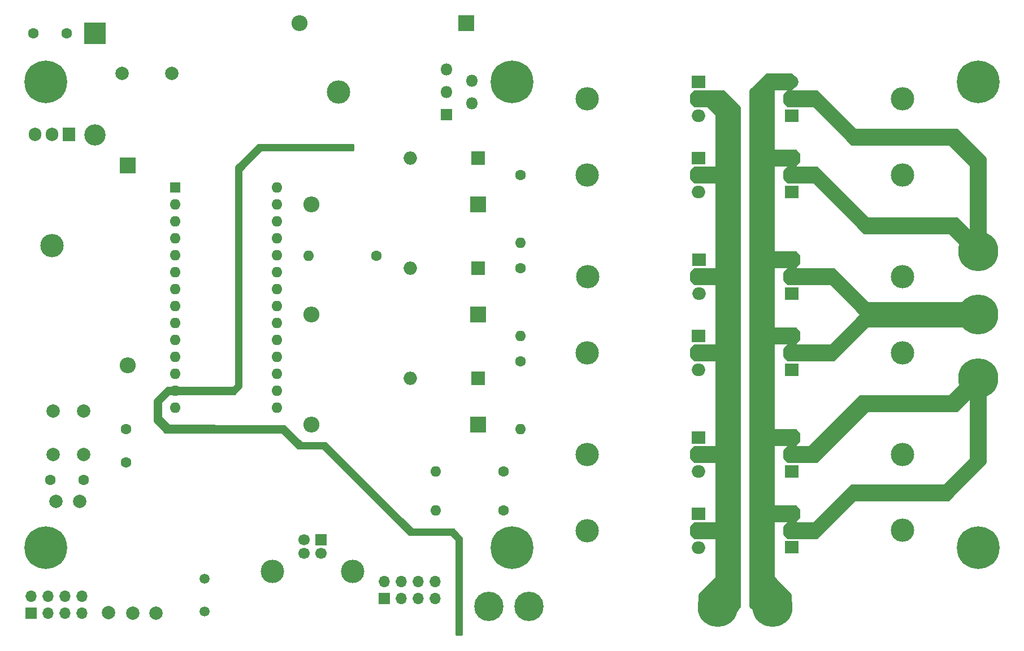
<source format=gbr>
%TF.GenerationSoftware,KiCad,Pcbnew,5.1.9+dfsg1-1+deb11u1*%
%TF.CreationDate,2023-02-15T16:28:34+00:00*%
%TF.ProjectId,bao-board,62616f2d-626f-4617-9264-2e6b69636164,rev?*%
%TF.SameCoordinates,Original*%
%TF.FileFunction,Soldermask,Bot*%
%TF.FilePolarity,Negative*%
%FSLAX46Y46*%
G04 Gerber Fmt 4.6, Leading zero omitted, Abs format (unit mm)*
G04 Created by KiCad (PCBNEW 5.1.9+dfsg1-1+deb11u1) date 2023-02-15 16:28:34*
%MOMM*%
%LPD*%
G01*
G04 APERTURE LIST*
%ADD10R,2.400000X2.400000*%
%ADD11O,2.400000X2.400000*%
%ADD12O,2.000000X1.905000*%
%ADD13R,2.000000X1.905000*%
%ADD14O,3.500000X3.500000*%
%ADD15C,1.500000*%
%ADD16C,2.000000*%
%ADD17O,1.700000X1.700000*%
%ADD18R,1.700000X1.700000*%
%ADD19C,1.600000*%
%ADD20C,0.800000*%
%ADD21C,6.400000*%
%ADD22C,3.500000*%
%ADD23C,1.700000*%
%ADD24C,6.000000*%
%ADD25O,1.600000X1.600000*%
%ADD26O,2.000000X2.000000*%
%ADD27R,2.000000X2.000000*%
%ADD28R,1.600000X1.600000*%
%ADD29R,3.200000X3.200000*%
%ADD30O,3.200000X3.200000*%
%ADD31R,1.800000X1.800000*%
%ADD32O,1.800000X1.800000*%
%ADD33C,0.700000*%
%ADD34C,4.400000*%
%ADD35R,1.905000X2.000000*%
%ADD36O,1.905000X2.000000*%
%ADD37C,0.254000*%
%ADD38C,0.100000*%
G04 APERTURE END LIST*
D10*
%TO.C,C3*%
X139065000Y-109855000D03*
D11*
X114065000Y-109855000D03*
%TD*%
D10*
%TO.C,C2*%
X139065000Y-93345000D03*
D11*
X114065000Y-93345000D03*
%TD*%
D10*
%TO.C,C1*%
X139065000Y-76835000D03*
D11*
X114065000Y-76835000D03*
%TD*%
%TO.C,C10*%
X86550000Y-100950000D03*
D10*
X86550000Y-70950000D03*
%TD*%
D12*
%TO.C,Q12*%
X186029600Y-111760000D03*
X186029600Y-114300000D03*
D13*
X186029600Y-116840000D03*
D14*
X202689600Y-114300000D03*
%TD*%
D12*
%TO.C,Q11*%
X186029600Y-123164600D03*
X186029600Y-125704600D03*
D13*
X186029600Y-128244600D03*
D14*
X202689600Y-125704600D03*
%TD*%
D12*
%TO.C,Q10*%
X172110400Y-116840000D03*
X172110400Y-114300000D03*
D13*
X172110400Y-111760000D03*
D14*
X155450400Y-114300000D03*
%TD*%
D12*
%TO.C,Q9*%
X172108000Y-128270000D03*
X172108000Y-125730000D03*
D13*
X172108000Y-123190000D03*
D14*
X155448000Y-125730000D03*
%TD*%
D12*
%TO.C,Q8*%
X186029600Y-85090000D03*
X186029600Y-87630000D03*
D13*
X186029600Y-90170000D03*
D14*
X202689600Y-87630000D03*
%TD*%
D12*
%TO.C,Q7*%
X186029600Y-96520000D03*
X186029600Y-99060000D03*
D13*
X186029600Y-101600000D03*
D14*
X202689600Y-99060000D03*
%TD*%
D12*
%TO.C,Q6*%
X172133400Y-90170000D03*
X172133400Y-87630000D03*
D13*
X172133400Y-85090000D03*
D14*
X155473400Y-87630000D03*
%TD*%
D12*
%TO.C,Q5*%
X172110400Y-101600000D03*
X172110400Y-99060000D03*
D13*
X172110400Y-96520000D03*
D14*
X155450400Y-99060000D03*
%TD*%
D12*
%TO.C,Q4*%
X186029600Y-58420000D03*
X186029600Y-60960000D03*
D13*
X186029600Y-63500000D03*
D14*
X202689600Y-60960000D03*
%TD*%
D12*
%TO.C,Q3*%
X186029600Y-69850000D03*
X186029600Y-72390000D03*
D13*
X186029600Y-74930000D03*
D14*
X202689600Y-72390000D03*
%TD*%
D12*
%TO.C,Q2*%
X172110400Y-63500000D03*
X172110400Y-60960000D03*
D13*
X172110400Y-58420000D03*
D14*
X155450400Y-60960000D03*
%TD*%
D12*
%TO.C,Q1*%
X172110400Y-74930000D03*
X172110400Y-72390000D03*
D13*
X172110400Y-69850000D03*
D14*
X155450400Y-72390000D03*
%TD*%
D15*
%TO.C,Y1*%
X98100000Y-137880000D03*
X98100000Y-133000000D03*
%TD*%
D16*
%TO.C,SW1*%
X75438000Y-107800000D03*
X79938000Y-107800000D03*
X75438000Y-114300000D03*
X79938000Y-114300000D03*
%TD*%
%TO.C,H10*%
X79400000Y-121400000D03*
%TD*%
%TO.C,H9*%
X75800000Y-121400000D03*
%TD*%
D17*
%TO.C,J3*%
X132670000Y-133360000D03*
X132670000Y-135900000D03*
X130130000Y-133360000D03*
X130130000Y-135900000D03*
X127590000Y-133360000D03*
X127590000Y-135900000D03*
X125050000Y-133360000D03*
D18*
X125050000Y-135900000D03*
%TD*%
D17*
%TO.C,J2*%
X79720000Y-135600000D03*
X79720000Y-138140000D03*
X77180000Y-135600000D03*
X77180000Y-138140000D03*
X74640000Y-135600000D03*
X74640000Y-138140000D03*
X72100000Y-135600000D03*
D18*
X72100000Y-138140000D03*
%TD*%
D19*
%TO.C,C6*%
X86360000Y-115490000D03*
X86360000Y-110490000D03*
%TD*%
D20*
%TO.C,REF\u002A\u002A*%
X75992056Y-56722944D03*
X74295000Y-56020000D03*
X72597944Y-56722944D03*
X71895000Y-58420000D03*
X72597944Y-60117056D03*
X74295000Y-60820000D03*
X75992056Y-60117056D03*
X76695000Y-58420000D03*
D21*
X74295000Y-58420000D03*
%TD*%
D20*
%TO.C,REF\u002A\u002A*%
X75992056Y-126572944D03*
X74295000Y-125870000D03*
X72597944Y-126572944D03*
X71895000Y-128270000D03*
X72597944Y-129967056D03*
X74295000Y-130670000D03*
X75992056Y-129967056D03*
X76695000Y-128270000D03*
D21*
X74295000Y-128270000D03*
%TD*%
D22*
%TO.C,J1*%
X108225000Y-131829000D03*
X120265000Y-131829000D03*
D23*
X115495000Y-129119000D03*
X112995000Y-129119000D03*
X112995000Y-127119000D03*
D18*
X115495000Y-127119000D03*
%TD*%
D16*
%TO.C,H8*%
X90800000Y-138100000D03*
%TD*%
%TO.C,H7*%
X87300000Y-138100000D03*
%TD*%
%TO.C,H6*%
X83685000Y-138049000D03*
%TD*%
D19*
%TO.C,C5*%
X72400000Y-51200000D03*
X77400000Y-51200000D03*
%TD*%
%TO.C,C4*%
X75010000Y-118110000D03*
X80010000Y-118110000D03*
%TD*%
D20*
%TO.C,REF\u002A\u002A*%
X215692056Y-56722944D03*
X213995000Y-56020000D03*
X212297944Y-56722944D03*
X211595000Y-58420000D03*
X212297944Y-60117056D03*
X213995000Y-60820000D03*
X215692056Y-60117056D03*
X216395000Y-58420000D03*
D21*
X213995000Y-58420000D03*
%TD*%
D20*
%TO.C,REF\u002A\u002A*%
X215692056Y-126572944D03*
X213995000Y-125870000D03*
X212297944Y-126572944D03*
X211595000Y-128270000D03*
X212297944Y-129967056D03*
X213995000Y-130670000D03*
X215692056Y-129967056D03*
X216395000Y-128270000D03*
D21*
X213995000Y-128270000D03*
%TD*%
D20*
%TO.C,H3*%
X215585990Y-101279010D03*
X213995000Y-100620000D03*
X212404010Y-101279010D03*
X211745000Y-102870000D03*
X212404010Y-104460990D03*
X213995000Y-105120000D03*
X215585990Y-104460990D03*
X216245000Y-102870000D03*
D24*
X213995000Y-102870000D03*
%TD*%
D20*
%TO.C,H2*%
X215585990Y-91754010D03*
X213995000Y-91095000D03*
X212404010Y-91754010D03*
X211745000Y-93345000D03*
X212404010Y-94935990D03*
X213995000Y-95595000D03*
X215585990Y-94935990D03*
X216245000Y-93345000D03*
D24*
X213995000Y-93345000D03*
%TD*%
D20*
%TO.C,H1*%
X215585990Y-82229010D03*
X213995000Y-81570000D03*
X212404010Y-82229010D03*
X211745000Y-83820000D03*
X212404010Y-85410990D03*
X213995000Y-86070000D03*
X215585990Y-85410990D03*
X216245000Y-83820000D03*
D24*
X213995000Y-83820000D03*
%TD*%
D21*
%TO.C,REF\u002A\u002A*%
X144145000Y-128270000D03*
D20*
X146545000Y-128270000D03*
X145842056Y-129967056D03*
X144145000Y-130670000D03*
X142447944Y-129967056D03*
X141745000Y-128270000D03*
X142447944Y-126572944D03*
X144145000Y-125870000D03*
X145842056Y-126572944D03*
%TD*%
D21*
%TO.C,REF\u002A\u002A*%
X144145000Y-58420000D03*
D20*
X146545000Y-58420000D03*
X145842056Y-60117056D03*
X144145000Y-60820000D03*
X142447944Y-60117056D03*
X141745000Y-58420000D03*
X142447944Y-56722944D03*
X144145000Y-56020000D03*
X145842056Y-56722944D03*
%TD*%
%TO.C,H5*%
X184791980Y-135569010D03*
X183200990Y-134910000D03*
X181610000Y-135569010D03*
X180950990Y-137160000D03*
X181610000Y-138750990D03*
X183200990Y-139410000D03*
X184791980Y-138750990D03*
X185450990Y-137160000D03*
D24*
X183200990Y-137160000D03*
%TD*%
D20*
%TO.C,H4*%
X176530000Y-135569010D03*
X174939010Y-134910000D03*
X173348020Y-135569010D03*
X172689010Y-137160000D03*
X173348020Y-138750990D03*
X174939010Y-139410000D03*
X176530000Y-138750990D03*
X177189010Y-137160000D03*
D24*
X174939010Y-137160000D03*
%TD*%
D25*
%TO.C,R6*%
X132715000Y-116840000D03*
D19*
X142875000Y-116840000D03*
%TD*%
D25*
%TO.C,R5*%
X145415000Y-96520000D03*
D19*
X145415000Y-86360000D03*
%TD*%
D25*
%TO.C,R4*%
X113640000Y-84500000D03*
D19*
X123800000Y-84500000D03*
%TD*%
D25*
%TO.C,R3*%
X132715000Y-122682000D03*
D19*
X142875000Y-122682000D03*
%TD*%
D25*
%TO.C,R2*%
X145415000Y-110490000D03*
D19*
X145415000Y-100330000D03*
%TD*%
D25*
%TO.C,R1*%
X145415000Y-82550000D03*
D19*
X145415000Y-72390000D03*
%TD*%
D26*
%TO.C,D3*%
X128905000Y-102870000D03*
D27*
X139065000Y-102870000D03*
%TD*%
D26*
%TO.C,D2*%
X128905000Y-86360000D03*
D27*
X139065000Y-86360000D03*
%TD*%
D26*
%TO.C,D1*%
X128905000Y-69850000D03*
D27*
X139065000Y-69850000D03*
%TD*%
D28*
%TO.C,U1*%
X93726000Y-74295000D03*
D25*
X108966000Y-107315000D03*
X93726000Y-76835000D03*
X108966000Y-104775000D03*
X93726000Y-79375000D03*
X108966000Y-102235000D03*
X93726000Y-81915000D03*
X108966000Y-99695000D03*
X93726000Y-84455000D03*
X108966000Y-97155000D03*
X93726000Y-86995000D03*
X108966000Y-94615000D03*
X93726000Y-89535000D03*
X108966000Y-92075000D03*
X93726000Y-92075000D03*
X108966000Y-89535000D03*
X93726000Y-94615000D03*
X108966000Y-86995000D03*
X93726000Y-97155000D03*
X108966000Y-84455000D03*
X93726000Y-99695000D03*
X108966000Y-81915000D03*
X93726000Y-102235000D03*
X108966000Y-79375000D03*
X93726000Y-104775000D03*
X108966000Y-76835000D03*
X93726000Y-107315000D03*
X108966000Y-74295000D03*
%TD*%
D10*
%TO.C,C9*%
X137277000Y-49657000D03*
D11*
X112277000Y-49657000D03*
%TD*%
D29*
%TO.C,D4*%
X81661000Y-51181000D03*
D30*
X81661000Y-66421000D03*
%TD*%
D16*
%TO.C,L1*%
X85700000Y-57200000D03*
X93200000Y-57200000D03*
%TD*%
D14*
%TO.C,U4*%
X118186000Y-59973000D03*
D31*
X134366000Y-63373000D03*
D32*
X138166000Y-61673000D03*
X134366000Y-59973000D03*
X138166000Y-58273000D03*
X134366000Y-56573000D03*
%TD*%
D33*
%TO.C,H11*%
X141882726Y-135955274D03*
X140716000Y-135472000D03*
X139549274Y-135955274D03*
X139066000Y-137122000D03*
X139549274Y-138288726D03*
X140716000Y-138772000D03*
X141882726Y-138288726D03*
X142366000Y-137122000D03*
D34*
X140716000Y-137122000D03*
%TD*%
D33*
%TO.C,H13*%
X147866726Y-135955274D03*
X146700000Y-135472000D03*
X145533274Y-135955274D03*
X145050000Y-137122000D03*
X145533274Y-138288726D03*
X146700000Y-138772000D03*
X147866726Y-138288726D03*
X148350000Y-137122000D03*
D34*
X146700000Y-137122000D03*
%TD*%
D14*
%TO.C,U6*%
X75190000Y-83010000D03*
D35*
X77730000Y-66350000D03*
D36*
X75190000Y-66350000D03*
X72650000Y-66350000D03*
%TD*%
D37*
X178308000Y-73533000D02*
X171502606Y-73533000D01*
X170942000Y-72972394D01*
X170942000Y-71807606D01*
X171502606Y-71247000D01*
X178308000Y-71247000D01*
X178308000Y-73533000D01*
D38*
G36*
X178308000Y-73533000D02*
G01*
X171502606Y-73533000D01*
X170942000Y-72972394D01*
X170942000Y-71807606D01*
X171502606Y-71247000D01*
X178308000Y-71247000D01*
X178308000Y-73533000D01*
G37*
D37*
X178308000Y-88773000D02*
X171502606Y-88773000D01*
X170942000Y-88212394D01*
X170942000Y-87047606D01*
X171502606Y-86487000D01*
X178308000Y-86487000D01*
X178308000Y-88773000D01*
D38*
G36*
X178308000Y-88773000D02*
G01*
X171502606Y-88773000D01*
X170942000Y-88212394D01*
X170942000Y-87047606D01*
X171502606Y-86487000D01*
X178308000Y-86487000D01*
X178308000Y-88773000D01*
G37*
D37*
X178308000Y-100203000D02*
X171502606Y-100203000D01*
X170942000Y-99642394D01*
X170942000Y-98477606D01*
X171502606Y-97917000D01*
X178308000Y-97917000D01*
X178308000Y-100203000D01*
D38*
G36*
X178308000Y-100203000D02*
G01*
X171502606Y-100203000D01*
X170942000Y-99642394D01*
X170942000Y-98477606D01*
X171502606Y-97917000D01*
X178308000Y-97917000D01*
X178308000Y-100203000D01*
G37*
D37*
X178308000Y-115443000D02*
X171502606Y-115443000D01*
X170942000Y-114882394D01*
X170942000Y-113717606D01*
X171502606Y-113157000D01*
X178308000Y-113157000D01*
X178308000Y-115443000D01*
D38*
G36*
X178308000Y-115443000D02*
G01*
X171502606Y-115443000D01*
X170942000Y-114882394D01*
X170942000Y-113717606D01*
X171502606Y-113157000D01*
X178308000Y-113157000D01*
X178308000Y-115443000D01*
G37*
D37*
X178308000Y-126873000D02*
X171502606Y-126873000D01*
X170942000Y-126312394D01*
X170942000Y-125147606D01*
X171502606Y-124587000D01*
X178308000Y-124587000D01*
X178308000Y-126873000D01*
D38*
G36*
X178308000Y-126873000D02*
G01*
X171502606Y-126873000D01*
X170942000Y-126312394D01*
X170942000Y-125147606D01*
X171502606Y-124587000D01*
X178308000Y-124587000D01*
X178308000Y-126873000D01*
G37*
D37*
X187198000Y-122607606D02*
X187198000Y-123772394D01*
X186637394Y-124333000D01*
X179832000Y-124333000D01*
X179832000Y-122047000D01*
X186637394Y-122047000D01*
X187198000Y-122607606D01*
D38*
G36*
X187198000Y-122607606D02*
G01*
X187198000Y-123772394D01*
X186637394Y-124333000D01*
X179832000Y-124333000D01*
X179832000Y-122047000D01*
X186637394Y-122047000D01*
X187198000Y-122607606D01*
G37*
D37*
X187198000Y-69267606D02*
X187198000Y-70432394D01*
X186637394Y-70993000D01*
X179832000Y-70993000D01*
X179832000Y-68707000D01*
X186637394Y-68707000D01*
X187198000Y-69267606D01*
D38*
G36*
X187198000Y-69267606D02*
G01*
X187198000Y-70432394D01*
X186637394Y-70993000D01*
X179832000Y-70993000D01*
X179832000Y-68707000D01*
X186637394Y-68707000D01*
X187198000Y-69267606D01*
G37*
D37*
X187198000Y-95937606D02*
X187198000Y-97102394D01*
X186637394Y-97663000D01*
X179832000Y-97663000D01*
X179832000Y-95377000D01*
X186637394Y-95377000D01*
X187198000Y-95937606D01*
D38*
G36*
X187198000Y-95937606D02*
G01*
X187198000Y-97102394D01*
X186637394Y-97663000D01*
X179832000Y-97663000D01*
X179832000Y-95377000D01*
X186637394Y-95377000D01*
X187198000Y-95937606D01*
G37*
D37*
X187198000Y-111177606D02*
X187198000Y-112342394D01*
X186637394Y-112903000D01*
X179832000Y-112903000D01*
X179832000Y-110617000D01*
X186637394Y-110617000D01*
X187198000Y-111177606D01*
D38*
G36*
X187198000Y-111177606D02*
G01*
X187198000Y-112342394D01*
X186637394Y-112903000D01*
X179832000Y-112903000D01*
X179832000Y-110617000D01*
X186637394Y-110617000D01*
X187198000Y-111177606D01*
G37*
D37*
X187198000Y-84507606D02*
X187198000Y-85672394D01*
X186637394Y-86233000D01*
X179832000Y-86233000D01*
X179832000Y-83947000D01*
X186637394Y-83947000D01*
X187198000Y-84507606D01*
D38*
G36*
X187198000Y-84507606D02*
G01*
X187198000Y-85672394D01*
X186637394Y-86233000D01*
X179832000Y-86233000D01*
X179832000Y-83947000D01*
X186637394Y-83947000D01*
X187198000Y-84507606D01*
G37*
D37*
X178308000Y-62282606D02*
X178308000Y-65278000D01*
X174752000Y-65278000D01*
X174752000Y-63500000D01*
X174749560Y-63475224D01*
X174742333Y-63451399D01*
X174730597Y-63429443D01*
X174714803Y-63410197D01*
X173444803Y-62140197D01*
X173425557Y-62124403D01*
X173403601Y-62112667D01*
X173379776Y-62105440D01*
X173355000Y-62103000D01*
X171502606Y-62103000D01*
X170942000Y-61542394D01*
X170942000Y-60377606D01*
X171502606Y-59817000D01*
X175842394Y-59817000D01*
X178308000Y-62282606D01*
D38*
G36*
X178308000Y-62282606D02*
G01*
X178308000Y-65278000D01*
X174752000Y-65278000D01*
X174752000Y-63500000D01*
X174749560Y-63475224D01*
X174742333Y-63451399D01*
X174730597Y-63429443D01*
X174714803Y-63410197D01*
X173444803Y-62140197D01*
X173425557Y-62124403D01*
X173403601Y-62112667D01*
X173379776Y-62105440D01*
X173355000Y-62103000D01*
X171502606Y-62103000D01*
X170942000Y-61542394D01*
X170942000Y-60377606D01*
X171502606Y-59817000D01*
X175842394Y-59817000D01*
X178308000Y-62282606D01*
G37*
D37*
X186563000Y-57837606D02*
X186563000Y-59002394D01*
X186002394Y-59563000D01*
X183515000Y-59563000D01*
X183490224Y-59565440D01*
X183466399Y-59572667D01*
X183444443Y-59584403D01*
X183425197Y-59600197D01*
X183409403Y-59619443D01*
X183397667Y-59641399D01*
X183390440Y-59665224D01*
X183388000Y-59690000D01*
X183388000Y-64643000D01*
X179832000Y-64643000D01*
X179832000Y-59742606D01*
X182297606Y-57277000D01*
X186002394Y-57277000D01*
X186563000Y-57837606D01*
D38*
G36*
X186563000Y-57837606D02*
G01*
X186563000Y-59002394D01*
X186002394Y-59563000D01*
X183515000Y-59563000D01*
X183490224Y-59565440D01*
X183466399Y-59572667D01*
X183444443Y-59584403D01*
X183425197Y-59600197D01*
X183409403Y-59619443D01*
X183397667Y-59641399D01*
X183390440Y-59665224D01*
X183388000Y-59690000D01*
X183388000Y-64643000D01*
X179832000Y-64643000D01*
X179832000Y-59742606D01*
X182297606Y-57277000D01*
X186002394Y-57277000D01*
X186563000Y-57837606D01*
G37*
D37*
X178308000Y-137117667D02*
X176495668Y-139534109D01*
X172212000Y-137086299D01*
X172212000Y-135307606D01*
X174714803Y-132804803D01*
X174730597Y-132785557D01*
X174742333Y-132763601D01*
X174749560Y-132739776D01*
X174752000Y-132715000D01*
X174752000Y-64897000D01*
X178308000Y-64897000D01*
X178308000Y-137117667D01*
D38*
G36*
X178308000Y-137117667D02*
G01*
X176495668Y-139534109D01*
X172212000Y-137086299D01*
X172212000Y-135307606D01*
X174714803Y-132804803D01*
X174730597Y-132785557D01*
X174742333Y-132763601D01*
X174749560Y-132739776D01*
X174752000Y-132715000D01*
X174752000Y-64897000D01*
X178308000Y-64897000D01*
X178308000Y-137117667D01*
G37*
D37*
X183388000Y-132715000D02*
X183390440Y-132739776D01*
X183397667Y-132763601D01*
X183409403Y-132785557D01*
X183425197Y-132804803D01*
X185928000Y-135307606D01*
X185928000Y-137699203D01*
X181646963Y-138922357D01*
X179832000Y-137107394D01*
X179832000Y-64262000D01*
X183388000Y-64262000D01*
X183388000Y-132715000D01*
D38*
G36*
X183388000Y-132715000D02*
G01*
X183390440Y-132739776D01*
X183397667Y-132763601D01*
X183409403Y-132785557D01*
X183425197Y-132804803D01*
X185928000Y-135307606D01*
X185928000Y-137699203D01*
X181646963Y-138922357D01*
X179832000Y-137107394D01*
X179832000Y-64262000D01*
X183388000Y-64262000D01*
X183388000Y-132715000D01*
G37*
D37*
X112528007Y-112485359D02*
X112547350Y-112501033D01*
X112569379Y-112512632D01*
X112593248Y-112519711D01*
X112617250Y-112522000D01*
X116184417Y-112522000D01*
X129196527Y-125439131D01*
X129215830Y-125454854D01*
X129237829Y-125466510D01*
X129261680Y-125473650D01*
X129286000Y-125476000D01*
X131953000Y-125476000D01*
X131953000Y-126365000D01*
X128703606Y-126365000D01*
X115786803Y-113448197D01*
X115767557Y-113432403D01*
X115745601Y-113420667D01*
X115721776Y-113413440D01*
X115697000Y-113411000D01*
X112066606Y-113411000D01*
X109690803Y-111035197D01*
X109671557Y-111019403D01*
X109649601Y-111007667D01*
X109625776Y-111000440D01*
X109601000Y-110998000D01*
X106680000Y-110998000D01*
X106680000Y-109982000D01*
X109993356Y-109982000D01*
X112528007Y-112485359D01*
D38*
G36*
X112528007Y-112485359D02*
G01*
X112547350Y-112501033D01*
X112569379Y-112512632D01*
X112593248Y-112519711D01*
X112617250Y-112522000D01*
X116184417Y-112522000D01*
X129196527Y-125439131D01*
X129215830Y-125454854D01*
X129237829Y-125466510D01*
X129261680Y-125473650D01*
X129286000Y-125476000D01*
X131953000Y-125476000D01*
X131953000Y-126365000D01*
X128703606Y-126365000D01*
X115786803Y-113448197D01*
X115767557Y-113432403D01*
X115745601Y-113420667D01*
X115721776Y-113413440D01*
X115697000Y-113411000D01*
X112066606Y-113411000D01*
X109690803Y-111035197D01*
X109671557Y-111019403D01*
X109649601Y-111007667D01*
X109625776Y-111000440D01*
X109601000Y-110998000D01*
X106680000Y-110998000D01*
X106680000Y-109982000D01*
X109993356Y-109982000D01*
X112528007Y-112485359D01*
G37*
D37*
X136652000Y-126856995D02*
X136652000Y-141351000D01*
X135763000Y-141351000D01*
X135763000Y-127254000D01*
X135760560Y-127229224D01*
X135753333Y-127205399D01*
X135741597Y-127183443D01*
X135725803Y-127164197D01*
X134963803Y-126402197D01*
X134944557Y-126386403D01*
X134922601Y-126374667D01*
X134898776Y-126367440D01*
X134874000Y-126365000D01*
X131939670Y-126365000D01*
X131840892Y-125476000D01*
X135451135Y-125476000D01*
X136652000Y-126856995D01*
D38*
G36*
X136652000Y-126856995D02*
G01*
X136652000Y-141351000D01*
X135763000Y-141351000D01*
X135763000Y-127254000D01*
X135760560Y-127229224D01*
X135753333Y-127205399D01*
X135741597Y-127183443D01*
X135725803Y-127164197D01*
X134963803Y-126402197D01*
X134944557Y-126386403D01*
X134922601Y-126374667D01*
X134898776Y-126367440D01*
X134874000Y-126365000D01*
X131939670Y-126365000D01*
X131840892Y-125476000D01*
X135451135Y-125476000D01*
X136652000Y-126856995D01*
G37*
D37*
X195490197Y-65494803D02*
X195509443Y-65510597D01*
X195531399Y-65522333D01*
X195555224Y-65529560D01*
X195580000Y-65532000D01*
X210767394Y-65532000D01*
X215138000Y-69902606D01*
X215138000Y-81235452D01*
X212714470Y-84264864D01*
X209639803Y-81190197D01*
X209620557Y-81174403D01*
X209598601Y-81162667D01*
X209574776Y-81155440D01*
X209550000Y-81153000D01*
X196902606Y-81153000D01*
X189319803Y-73570197D01*
X189300557Y-73554403D01*
X189278601Y-73542667D01*
X189254776Y-73535440D01*
X189230000Y-73533000D01*
X185472606Y-73533000D01*
X184912000Y-72972394D01*
X184912000Y-71807606D01*
X185472606Y-71247000D01*
X189812394Y-71247000D01*
X197395197Y-78829803D01*
X197414443Y-78845597D01*
X197436399Y-78857333D01*
X197460224Y-78864560D01*
X197485000Y-78867000D01*
X210767394Y-78867000D01*
X212635197Y-80734803D01*
X212654443Y-80750597D01*
X212676399Y-80762333D01*
X212700224Y-80769560D01*
X212725000Y-80772000D01*
X212749776Y-80769560D01*
X212773601Y-80762333D01*
X212795557Y-80750597D01*
X212814803Y-80734803D01*
X212830597Y-80715557D01*
X212842333Y-80693601D01*
X212849560Y-80669776D01*
X212852000Y-80645000D01*
X212852000Y-71120000D01*
X212849560Y-71095224D01*
X212842333Y-71071399D01*
X212830597Y-71049443D01*
X212814803Y-71030197D01*
X209639803Y-67855197D01*
X209620557Y-67839403D01*
X209598601Y-67827667D01*
X209574776Y-67820440D01*
X209550000Y-67818000D01*
X194997606Y-67818000D01*
X189319803Y-62140197D01*
X189300557Y-62124403D01*
X189278601Y-62112667D01*
X189254776Y-62105440D01*
X189230000Y-62103000D01*
X185472606Y-62103000D01*
X184912000Y-61542394D01*
X184912000Y-60377606D01*
X185472606Y-59817000D01*
X189812394Y-59817000D01*
X195490197Y-65494803D01*
D38*
G36*
X195490197Y-65494803D02*
G01*
X195509443Y-65510597D01*
X195531399Y-65522333D01*
X195555224Y-65529560D01*
X195580000Y-65532000D01*
X210767394Y-65532000D01*
X215138000Y-69902606D01*
X215138000Y-81235452D01*
X212714470Y-84264864D01*
X209639803Y-81190197D01*
X209620557Y-81174403D01*
X209598601Y-81162667D01*
X209574776Y-81155440D01*
X209550000Y-81153000D01*
X196902606Y-81153000D01*
X189319803Y-73570197D01*
X189300557Y-73554403D01*
X189278601Y-73542667D01*
X189254776Y-73535440D01*
X189230000Y-73533000D01*
X185472606Y-73533000D01*
X184912000Y-72972394D01*
X184912000Y-71807606D01*
X185472606Y-71247000D01*
X189812394Y-71247000D01*
X197395197Y-78829803D01*
X197414443Y-78845597D01*
X197436399Y-78857333D01*
X197460224Y-78864560D01*
X197485000Y-78867000D01*
X210767394Y-78867000D01*
X212635197Y-80734803D01*
X212654443Y-80750597D01*
X212676399Y-80762333D01*
X212700224Y-80769560D01*
X212725000Y-80772000D01*
X212749776Y-80769560D01*
X212773601Y-80762333D01*
X212795557Y-80750597D01*
X212814803Y-80734803D01*
X212830597Y-80715557D01*
X212842333Y-80693601D01*
X212849560Y-80669776D01*
X212852000Y-80645000D01*
X212852000Y-71120000D01*
X212849560Y-71095224D01*
X212842333Y-71071399D01*
X212830597Y-71049443D01*
X212814803Y-71030197D01*
X209639803Y-67855197D01*
X209620557Y-67839403D01*
X209598601Y-67827667D01*
X209574776Y-67820440D01*
X209550000Y-67818000D01*
X194997606Y-67818000D01*
X189319803Y-62140197D01*
X189300557Y-62124403D01*
X189278601Y-62112667D01*
X189254776Y-62105440D01*
X189230000Y-62103000D01*
X185472606Y-62103000D01*
X184912000Y-61542394D01*
X184912000Y-60377606D01*
X185472606Y-59817000D01*
X189812394Y-59817000D01*
X195490197Y-65494803D01*
G37*
D37*
X197395197Y-91529803D02*
X197414443Y-91545597D01*
X197436399Y-91557333D01*
X197460224Y-91564560D01*
X197485000Y-91567000D01*
X213233000Y-91567000D01*
X213233000Y-95123000D01*
X197485000Y-95123000D01*
X197460224Y-95125440D01*
X197436399Y-95132667D01*
X197414443Y-95144403D01*
X197395197Y-95160197D01*
X192352394Y-100203000D01*
X185472606Y-100203000D01*
X184912000Y-99642394D01*
X184912000Y-98477606D01*
X185472606Y-97917000D01*
X191770000Y-97917000D01*
X191794776Y-97914560D01*
X191818601Y-97907333D01*
X191840557Y-97895597D01*
X191859803Y-97879803D01*
X196304803Y-93434803D01*
X196320597Y-93415557D01*
X196332333Y-93393601D01*
X196339560Y-93369776D01*
X196342000Y-93345000D01*
X196339560Y-93320224D01*
X196332333Y-93296399D01*
X196320597Y-93274443D01*
X196304803Y-93255197D01*
X191859803Y-88810197D01*
X191840557Y-88794403D01*
X191818601Y-88782667D01*
X191794776Y-88775440D01*
X191770000Y-88773000D01*
X185472606Y-88773000D01*
X184912000Y-88212394D01*
X184912000Y-87047606D01*
X185472606Y-86487000D01*
X192352394Y-86487000D01*
X197395197Y-91529803D01*
D38*
G36*
X197395197Y-91529803D02*
G01*
X197414443Y-91545597D01*
X197436399Y-91557333D01*
X197460224Y-91564560D01*
X197485000Y-91567000D01*
X213233000Y-91567000D01*
X213233000Y-95123000D01*
X197485000Y-95123000D01*
X197460224Y-95125440D01*
X197436399Y-95132667D01*
X197414443Y-95144403D01*
X197395197Y-95160197D01*
X192352394Y-100203000D01*
X185472606Y-100203000D01*
X184912000Y-99642394D01*
X184912000Y-98477606D01*
X185472606Y-97917000D01*
X191770000Y-97917000D01*
X191794776Y-97914560D01*
X191818601Y-97907333D01*
X191840557Y-97895597D01*
X191859803Y-97879803D01*
X196304803Y-93434803D01*
X196320597Y-93415557D01*
X196332333Y-93393601D01*
X196339560Y-93369776D01*
X196342000Y-93345000D01*
X196339560Y-93320224D01*
X196332333Y-93296399D01*
X196320597Y-93274443D01*
X196304803Y-93255197D01*
X191859803Y-88810197D01*
X191840557Y-88794403D01*
X191818601Y-88782667D01*
X191794776Y-88775440D01*
X191770000Y-88773000D01*
X185472606Y-88773000D01*
X184912000Y-88212394D01*
X184912000Y-87047606D01*
X185472606Y-86487000D01*
X192352394Y-86487000D01*
X197395197Y-91529803D01*
G37*
D37*
X215138000Y-104244115D02*
X215138000Y-115517394D01*
X209497394Y-121158000D01*
X195580000Y-121158000D01*
X195555224Y-121160440D01*
X195531399Y-121167667D01*
X195509443Y-121179403D01*
X195490197Y-121195197D01*
X189812394Y-126873000D01*
X185472606Y-126873000D01*
X184912000Y-126312394D01*
X184912000Y-125147606D01*
X185472606Y-124587000D01*
X189230000Y-124587000D01*
X189254776Y-124584560D01*
X189278601Y-124577333D01*
X189300557Y-124565597D01*
X189319803Y-124549803D01*
X194997606Y-118872000D01*
X208915000Y-118872000D01*
X208939776Y-118869560D01*
X208963601Y-118862333D01*
X208985557Y-118850597D01*
X209004803Y-118834803D01*
X212814803Y-115024803D01*
X212830597Y-115005557D01*
X212842333Y-114983601D01*
X212849560Y-114959776D01*
X212852000Y-114935000D01*
X212852000Y-106045000D01*
X212849560Y-106020224D01*
X212842333Y-105996399D01*
X212830597Y-105974443D01*
X212814803Y-105955197D01*
X212795557Y-105939403D01*
X212773601Y-105927667D01*
X212749776Y-105920440D01*
X212725000Y-105918000D01*
X212700224Y-105920440D01*
X212676399Y-105927667D01*
X212654443Y-105939403D01*
X212635197Y-105955197D01*
X210767394Y-107823000D01*
X197485000Y-107823000D01*
X197460224Y-107825440D01*
X197436399Y-107832667D01*
X197414443Y-107844403D01*
X197395197Y-107860197D01*
X189812394Y-115443000D01*
X185472606Y-115443000D01*
X184912000Y-114882394D01*
X184912000Y-113717606D01*
X185472606Y-113157000D01*
X188595000Y-113157000D01*
X188619776Y-113154560D01*
X188643601Y-113147333D01*
X188665557Y-113135597D01*
X188684803Y-113119803D01*
X196267606Y-105537000D01*
X209550000Y-105537000D01*
X209574776Y-105534560D01*
X209598601Y-105527333D01*
X209620557Y-105515597D01*
X209639803Y-105499803D01*
X211507606Y-103632000D01*
X212077423Y-103632000D01*
X215138000Y-104244115D01*
D38*
G36*
X215138000Y-104244115D02*
G01*
X215138000Y-115517394D01*
X209497394Y-121158000D01*
X195580000Y-121158000D01*
X195555224Y-121160440D01*
X195531399Y-121167667D01*
X195509443Y-121179403D01*
X195490197Y-121195197D01*
X189812394Y-126873000D01*
X185472606Y-126873000D01*
X184912000Y-126312394D01*
X184912000Y-125147606D01*
X185472606Y-124587000D01*
X189230000Y-124587000D01*
X189254776Y-124584560D01*
X189278601Y-124577333D01*
X189300557Y-124565597D01*
X189319803Y-124549803D01*
X194997606Y-118872000D01*
X208915000Y-118872000D01*
X208939776Y-118869560D01*
X208963601Y-118862333D01*
X208985557Y-118850597D01*
X209004803Y-118834803D01*
X212814803Y-115024803D01*
X212830597Y-115005557D01*
X212842333Y-114983601D01*
X212849560Y-114959776D01*
X212852000Y-114935000D01*
X212852000Y-106045000D01*
X212849560Y-106020224D01*
X212842333Y-105996399D01*
X212830597Y-105974443D01*
X212814803Y-105955197D01*
X212795557Y-105939403D01*
X212773601Y-105927667D01*
X212749776Y-105920440D01*
X212725000Y-105918000D01*
X212700224Y-105920440D01*
X212676399Y-105927667D01*
X212654443Y-105939403D01*
X212635197Y-105955197D01*
X210767394Y-107823000D01*
X197485000Y-107823000D01*
X197460224Y-107825440D01*
X197436399Y-107832667D01*
X197414443Y-107844403D01*
X197395197Y-107860197D01*
X189812394Y-115443000D01*
X185472606Y-115443000D01*
X184912000Y-114882394D01*
X184912000Y-113717606D01*
X185472606Y-113157000D01*
X188595000Y-113157000D01*
X188619776Y-113154560D01*
X188643601Y-113147333D01*
X188665557Y-113135597D01*
X188684803Y-113119803D01*
X196267606Y-105537000D01*
X209550000Y-105537000D01*
X209574776Y-105534560D01*
X209598601Y-105527333D01*
X209620557Y-105515597D01*
X209639803Y-105499803D01*
X211507606Y-103632000D01*
X212077423Y-103632000D01*
X215138000Y-104244115D01*
G37*
D37*
X103632000Y-104214394D02*
X102563394Y-105283000D01*
X92837000Y-105283000D01*
X92812224Y-105285440D01*
X92788399Y-105292667D01*
X92766443Y-105304403D01*
X92747197Y-105320197D01*
X91604197Y-106463197D01*
X91588403Y-106482443D01*
X91576667Y-106504399D01*
X91569440Y-106528224D01*
X91567000Y-106553355D01*
X91573000Y-108700355D01*
X91575510Y-108725124D01*
X91582804Y-108748929D01*
X91594601Y-108770852D01*
X91610197Y-108789803D01*
X92760197Y-109939803D01*
X92779443Y-109955597D01*
X92801399Y-109967333D01*
X92825224Y-109974560D01*
X92849955Y-109977000D01*
X106680000Y-109981955D01*
X106680000Y-110998000D01*
X92202584Y-110998000D01*
X90551000Y-109347372D01*
X90551000Y-106224606D01*
X92508606Y-104267000D01*
X102350000Y-104267000D01*
X102374776Y-104264560D01*
X102398601Y-104257333D01*
X102420557Y-104245597D01*
X102435076Y-104234293D01*
X102701076Y-103994293D01*
X102717837Y-103975883D01*
X102730684Y-103954558D01*
X102739124Y-103931136D01*
X102743000Y-103900000D01*
X102743000Y-102108000D01*
X103632000Y-102108000D01*
X103632000Y-104214394D01*
D38*
G36*
X103632000Y-104214394D02*
G01*
X102563394Y-105283000D01*
X92837000Y-105283000D01*
X92812224Y-105285440D01*
X92788399Y-105292667D01*
X92766443Y-105304403D01*
X92747197Y-105320197D01*
X91604197Y-106463197D01*
X91588403Y-106482443D01*
X91576667Y-106504399D01*
X91569440Y-106528224D01*
X91567000Y-106553355D01*
X91573000Y-108700355D01*
X91575510Y-108725124D01*
X91582804Y-108748929D01*
X91594601Y-108770852D01*
X91610197Y-108789803D01*
X92760197Y-109939803D01*
X92779443Y-109955597D01*
X92801399Y-109967333D01*
X92825224Y-109974560D01*
X92849955Y-109977000D01*
X106680000Y-109981955D01*
X106680000Y-110998000D01*
X92202584Y-110998000D01*
X90551000Y-109347372D01*
X90551000Y-106224606D01*
X92508606Y-104267000D01*
X102350000Y-104267000D01*
X102374776Y-104264560D01*
X102398601Y-104257333D01*
X102420557Y-104245597D01*
X102435076Y-104234293D01*
X102701076Y-103994293D01*
X102717837Y-103975883D01*
X102730684Y-103954558D01*
X102739124Y-103931136D01*
X102743000Y-103900000D01*
X102743000Y-102108000D01*
X103632000Y-102108000D01*
X103632000Y-104214394D01*
G37*
D37*
X120396000Y-68707000D02*
X106680000Y-68707000D01*
X106655224Y-68709440D01*
X106631399Y-68716667D01*
X106609443Y-68728403D01*
X106590197Y-68744197D01*
X103669197Y-71665197D01*
X103653403Y-71684443D01*
X103641667Y-71706399D01*
X103634440Y-71730224D01*
X103632000Y-71755000D01*
X103632000Y-102108000D01*
X102743000Y-102108000D01*
X102743000Y-71172606D01*
X106097606Y-67818000D01*
X120396000Y-67818000D01*
X120396000Y-68707000D01*
D38*
G36*
X120396000Y-68707000D02*
G01*
X106680000Y-68707000D01*
X106655224Y-68709440D01*
X106631399Y-68716667D01*
X106609443Y-68728403D01*
X106590197Y-68744197D01*
X103669197Y-71665197D01*
X103653403Y-71684443D01*
X103641667Y-71706399D01*
X103634440Y-71730224D01*
X103632000Y-71755000D01*
X103632000Y-102108000D01*
X102743000Y-102108000D01*
X102743000Y-71172606D01*
X106097606Y-67818000D01*
X120396000Y-67818000D01*
X120396000Y-68707000D01*
G37*
M02*

</source>
